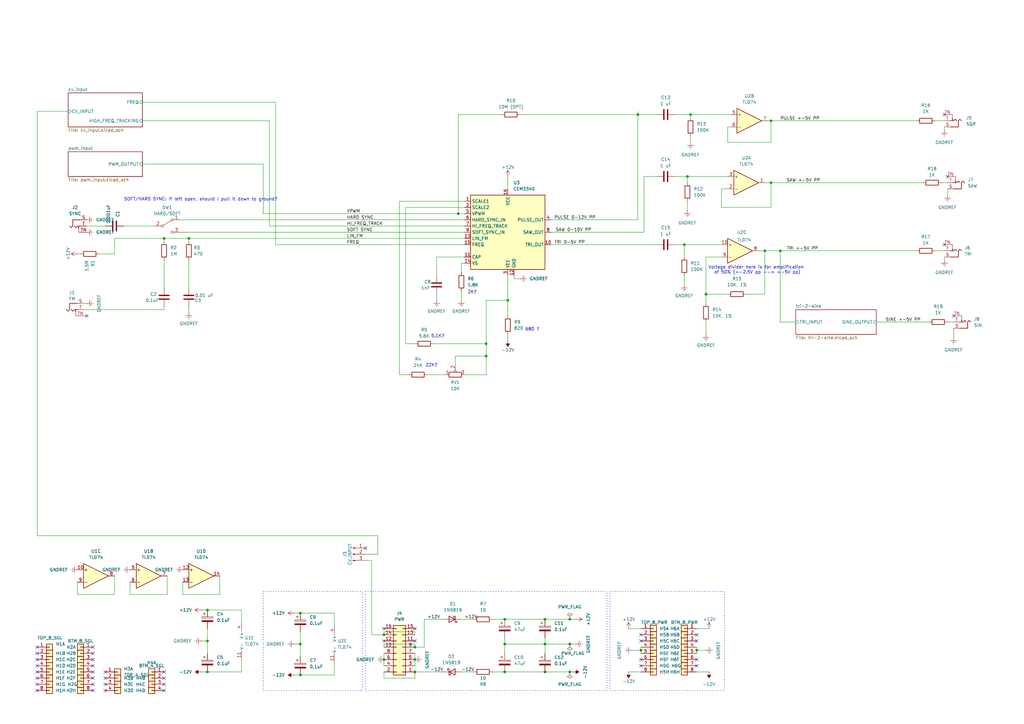
<source format=kicad_sch>
(kicad_sch (version 20231120) (generator "eeschema") (generator_version "8.0")
  (paper "A3")
  (junction (at 85.09 262.89))
  (junction (at 281.94 72.39))
  (junction (at 316.23 74.93))
  (junction (at 283.21 46.99))
  (junction (at 123.19 264.16))
  (junction (at 207.01 264.16))
  (junction (at 233.68 275.59))
  (junction (at 289.56 120.65))
  (junction (at 223.52 264.16))
  (junction (at 157.48 270.51))
  (junction (at 233.68 254))
  (junction (at 223.52 254))
  (junction (at 320.04 102.87))
  (junction (at 316.23 49.53))
  (junction (at 261.62 46.99))
  (junction (at 262.89 266.7))
  (junction (at 170.18 275.59))
  (junction (at 67.31 97.79))
  (junction (at 199.39 146.05))
  (junction (at 170.18 265.43))
  (junction (at 85.09 250.19))
  (junction (at 199.39 140.97))
  (junction (at 208.28 123.19))
  (junction (at 207.01 254))
  (junction (at 170.18 270.51))
  (junction (at 85.09 275.59))
  (junction (at 77.47 97.79))
  (junction (at 123.19 276.86))
  (junction (at 280.67 100.33))
  (junction (at 285.75 266.7))
  (junction (at 313.69 102.87))
  (junction (at 207.01 275.59))
  (junction (at 157.48 260.35))
  (junction (at 233.68 264.16))
  (junction (at 223.52 275.59))
  (junction (at 187.96 87.63))
  (junction (at 123.19 251.46))
  (no_connect (at 38.1 283.21))
  (no_connect (at 38.1 270.51))
  (no_connect (at 285.75 262.89))
  (no_connect (at 170.18 257.81))
  (no_connect (at 67.31 280.67))
  (no_connect (at 262.89 262.89))
  (no_connect (at 262.89 273.05))
  (no_connect (at 15.24 267.97))
  (no_connect (at 43.18 275.59))
  (no_connect (at 285.75 260.35))
  (no_connect (at 38.1 273.05))
  (no_connect (at 285.75 270.51))
  (no_connect (at 387.35 100.33))
  (no_connect (at 149.86 224.79))
  (no_connect (at 38.1 265.43))
  (no_connect (at 387.35 46.99))
  (no_connect (at 15.24 273.05))
  (no_connect (at 38.1 267.97))
  (no_connect (at 170.18 262.89))
  (no_connect (at 15.24 280.67))
  (no_connect (at 388.62 72.39))
  (no_connect (at 391.16 129.54))
  (no_connect (at 157.48 262.89))
  (no_connect (at 262.89 270.51))
  (no_connect (at 38.1 280.67))
  (no_connect (at 43.18 280.67))
  (no_connect (at 38.1 275.59))
  (no_connect (at 43.18 283.21))
  (no_connect (at 285.75 273.05))
  (no_connect (at 43.18 278.13))
  (no_connect (at 262.89 260.35))
  (no_connect (at 67.31 283.21))
  (no_connect (at 67.31 278.13))
  (no_connect (at 15.24 278.13))
  (no_connect (at 157.48 257.81))
  (no_connect (at 67.31 275.59))
  (no_connect (at 38.1 278.13))
  (no_connect (at 15.24 265.43))
  (no_connect (at 15.24 283.21))
  (no_connect (at 35.56 129.54))
  (no_connect (at 15.24 275.59))
  (no_connect (at 15.24 270.51))
  (wire (pts (xy 58.42 67.31) (xy 107.95 67.31)))
  (wire (pts (xy 137.16 271.78) (xy 137.16 276.86)))
  (wire (pts (xy 175.26 153.67) (xy 182.88 153.67)))
  (wire (pts (xy 90.17 236.22) (xy 90.17 243.84)))
  (wire (pts (xy 326.39 132.08) (xy 320.04 132.08)))
  (wire (pts (xy 170.18 278.13) (xy 170.18 275.59)))
  (wire (pts (xy 281.94 82.55) (xy 281.94 86.36)))
  (wire (pts (xy 313.69 74.93) (xy 316.23 74.93)))
  (wire (pts (xy 283.21 55.88) (xy 283.21 58.42)))
  (wire (pts (xy 261.62 46.99) (xy 269.24 46.99)))
  (wire (pts (xy 383.54 49.53) (xy 387.35 49.53)))
  (wire (pts (xy 113.03 41.91) (xy 113.03 100.33)))
  (wire (pts (xy 120.65 276.86) (xy 123.19 276.86)))
  (wire (pts (xy 173.99 254) (xy 181.61 254)))
  (wire (pts (xy 157.48 260.35) (xy 157.48 259.08)))
  (wire (pts (xy 110.49 49.53) (xy 110.49 92.71)))
  (wire (pts (xy 285.75 257.81) (xy 290.83 257.81)))
  (wire (pts (xy 166.37 140.97) (xy 170.18 140.97)))
  (wire (pts (xy 289.56 105.41) (xy 289.56 120.65)))
  (wire (pts (xy 190.5 100.33) (xy 113.03 100.33)))
  (wire (pts (xy 320.04 102.87) (xy 313.69 102.87)))
  (wire (pts (xy 281.94 72.39) (xy 298.45 72.39)))
  (wire (pts (xy 208.28 123.19) (xy 208.28 129.54)))
  (wire (pts (xy 387.35 53.34) (xy 387.35 52.07)))
  (wire (pts (xy 295.91 77.47) (xy 298.45 77.47)))
  (wire (pts (xy 298.45 58.42) (xy 316.23 58.42)))
  (wire (pts (xy 170.18 264.16) (xy 157.48 264.16)))
  (wire (pts (xy 170.18 265.43) (xy 170.18 264.16)))
  (wire (pts (xy 170.18 267.97) (xy 170.18 270.51)))
  (wire (pts (xy 298.45 52.07) (xy 299.72 52.07)))
  (wire (pts (xy 261.62 46.99) (xy 261.62 90.17)))
  (wire (pts (xy 199.39 146.05) (xy 199.39 153.67)))
  (wire (pts (xy 157.48 259.08) (xy 170.18 259.08)))
  (wire (pts (xy 213.36 114.3) (xy 210.82 114.3)))
  (wire (pts (xy 289.56 137.16) (xy 289.56 132.08)))
  (wire (pts (xy 359.41 132.08) (xy 381 132.08)))
  (wire (pts (xy 199.39 153.67) (xy 190.5 153.67)))
  (wire (pts (xy 46.99 97.79) (xy 67.31 97.79)))
  (wire (pts (xy 289.56 120.65) (xy 298.45 120.65)))
  (wire (pts (xy 99.06 250.19) (xy 99.06 255.27)))
  (wire (pts (xy 123.19 259.08) (xy 123.19 264.16)))
  (wire (pts (xy 123.19 264.16) (xy 123.19 269.24)))
  (wire (pts (xy 77.47 125.73) (xy 77.47 128.27)))
  (wire (pts (xy 199.39 140.97) (xy 199.39 123.19)))
  (wire (pts (xy 276.86 46.99) (xy 283.21 46.99)))
  (wire (pts (xy 74.93 243.84) (xy 74.93 238.76)))
  (wire (pts (xy 34.29 127) (xy 67.31 127)))
  (wire (pts (xy 85.09 275.59) (xy 99.06 275.59)))
  (wire (pts (xy 149.86 227.33) (xy 154.94 227.33)))
  (wire (pts (xy 154.94 227.33) (xy 154.94 219.71)))
  (wire (pts (xy 223.52 275.59) (xy 233.68 275.59)))
  (wire (pts (xy 283.21 46.99) (xy 299.72 46.99)))
  (wire (pts (xy 223.52 264.16) (xy 233.68 264.16)))
  (wire (pts (xy 15.24 45.72) (xy 27.94 45.72)))
  (wire (pts (xy 46.99 236.22) (xy 46.99 243.84)))
  (wire (pts (xy 157.48 275.59) (xy 157.48 278.13)))
  (wire (pts (xy 107.95 87.63) (xy 187.96 87.63)))
  (wire (pts (xy 82.55 250.19) (xy 85.09 250.19)))
  (wire (pts (xy 259.08 266.7) (xy 262.89 266.7)))
  (wire (pts (xy 226.06 95.25) (xy 264.16 95.25)))
  (wire (pts (xy 264.16 72.39) (xy 269.24 72.39)))
  (wire (pts (xy 281.94 72.39) (xy 281.94 74.93)))
  (wire (pts (xy 15.24 45.72) (xy 15.24 219.71)))
  (wire (pts (xy 46.99 97.79) (xy 46.99 104.14)))
  (wire (pts (xy 154.94 219.71) (xy 15.24 219.71)))
  (wire (pts (xy 189.23 275.59) (xy 194.31 275.59)))
  (wire (pts (xy 50.8 92.71) (xy 63.5 92.71)))
  (wire (pts (xy 170.18 270.51) (xy 170.18 273.05)))
  (wire (pts (xy 388.62 77.47) (xy 388.62 80.01)))
  (wire (pts (xy 226.06 90.17) (xy 261.62 90.17)))
  (wire (pts (xy 137.16 251.46) (xy 137.16 256.54)))
  (wire (pts (xy 314.96 49.53) (xy 316.23 49.53)))
  (wire (pts (xy 386.08 74.93) (xy 388.62 74.93)))
  (wire (pts (xy 67.31 125.73) (xy 67.31 127)))
  (wire (pts (xy 316.23 49.53) (xy 316.23 58.42)))
  (wire (pts (xy 207.01 261.62) (xy 207.01 264.16)))
  (wire (pts (xy 123.19 264.16) (xy 120.65 264.16)))
  (wire (pts (xy 58.42 49.53) (xy 110.49 49.53)))
  (wire (pts (xy 170.18 259.08) (xy 170.18 260.35)))
  (wire (pts (xy 233.68 275.59) (xy 234.95 275.59)))
  (wire (pts (xy 35.56 129.54) (xy 34.29 129.54)))
  (wire (pts (xy 46.99 243.84) (xy 31.75 243.84)))
  (wire (pts (xy 199.39 140.97) (xy 199.39 146.05)))
  (wire (pts (xy 289.56 105.41) (xy 295.91 105.41)))
  (wire (pts (xy 166.37 140.97) (xy 166.37 85.09)))
  (wire (pts (xy 316.23 74.93) (xy 378.46 74.93)))
  (wire (pts (xy 316.23 49.53) (xy 375.92 49.53)))
  (wire (pts (xy 179.07 105.41) (xy 179.07 113.03)))
  (wire (pts (xy 208.28 137.16) (xy 208.28 139.7)))
  (wire (pts (xy 123.19 276.86) (xy 137.16 276.86)))
  (wire (pts (xy 77.47 106.68) (xy 77.47 118.11)))
  (wire (pts (xy 68.58 236.22) (xy 68.58 243.84)))
  (wire (pts (xy 35.56 124.46) (xy 34.29 124.46)))
  (wire (pts (xy 207.01 254) (xy 223.52 254)))
  (wire (pts (xy 276.86 100.33) (xy 280.67 100.33)))
  (wire (pts (xy 391.16 132.08) (xy 388.62 132.08)))
  (wire (pts (xy 285.75 265.43) (xy 285.75 266.7)))
  (wire (pts (xy 213.36 46.99) (xy 261.62 46.99)))
  (wire (pts (xy 157.48 267.97) (xy 157.48 270.51)))
  (wire (pts (xy 391.16 138.43) (xy 391.16 134.62)))
  (wire (pts (xy 186.69 146.05) (xy 186.69 149.86)))
  (wire (pts (xy 152.4 229.87) (xy 152.4 260.35)))
  (wire (pts (xy 280.67 100.33) (xy 295.91 100.33)))
  (wire (pts (xy 189.23 107.95) (xy 189.23 111.76)))
  (wire (pts (xy 226.06 100.33) (xy 269.24 100.33)))
  (wire (pts (xy 53.34 243.84) (xy 53.34 238.76)))
  (wire (pts (xy 85.09 250.19) (xy 99.06 250.19)))
  (wire (pts (xy 233.68 264.16) (xy 236.22 264.16)))
  (wire (pts (xy 46.99 104.14) (xy 40.64 104.14)))
  (wire (pts (xy 199.39 123.19) (xy 208.28 123.19)))
  (wire (pts (xy 190.5 107.95) (xy 189.23 107.95)))
  (wire (pts (xy 35.56 92.71) (xy 43.18 92.71)))
  (wire (pts (xy 110.49 92.71) (xy 190.5 92.71)))
  (wire (pts (xy 262.89 266.7) (xy 262.89 265.43)))
  (wire (pts (xy 67.31 97.79) (xy 67.31 99.06)))
  (wire (pts (xy 166.37 85.09) (xy 190.5 85.09)))
  (wire (pts (xy 187.96 87.63) (xy 190.5 87.63)))
  (wire (pts (xy 280.67 113.03) (xy 280.67 116.84)))
  (wire (pts (xy 320.04 102.87) (xy 375.92 102.87)))
  (wire (pts (xy 85.09 262.89) (xy 82.55 262.89)))
  (wire (pts (xy 167.64 153.67) (xy 163.83 153.67)))
  (wire (pts (xy 295.91 77.47) (xy 295.91 85.09)))
  (wire (pts (xy 173.99 254) (xy 173.99 265.43)))
  (wire (pts (xy 285.75 266.7) (xy 289.56 266.7)))
  (wire (pts (xy 208.28 72.39) (xy 208.28 77.47)))
  (wire (pts (xy 223.52 254) (xy 233.68 254)))
  (wire (pts (xy 285.75 266.7) (xy 285.75 267.97)))
  (wire (pts (xy 31.75 243.84) (xy 31.75 238.76)))
  (wire (pts (xy 163.83 82.55) (xy 190.5 82.55)))
  (wire (pts (xy 107.95 67.31) (xy 107.95 87.63)))
  (wire (pts (xy 207.01 264.16) (xy 207.01 267.97)))
  (wire (pts (xy 170.18 275.59) (xy 181.61 275.59)))
  (wire (pts (xy 82.55 275.59) (xy 85.09 275.59)))
  (wire (pts (xy 85.09 262.89) (xy 85.09 267.97)))
  (wire (pts (xy 201.93 275.59) (xy 207.01 275.59)))
  (wire (pts (xy 208.28 113.03) (xy 208.28 123.19)))
  (wire (pts (xy 186.69 146.05) (xy 199.39 146.05)))
  (wire (pts (xy 73.66 95.25) (xy 190.5 95.25)))
  (wire (pts (xy 276.86 72.39) (xy 281.94 72.39)))
  (wire (pts (xy 190.5 105.41) (xy 179.07 105.41)))
  (wire (pts (xy 77.47 97.79) (xy 77.47 99.06)))
  (wire (pts (xy 283.21 48.26) (xy 283.21 46.99)))
  (wire (pts (xy 201.93 254) (xy 207.01 254)))
  (wire (pts (xy 177.8 140.97) (xy 199.39 140.97)))
  (wire (pts (xy 152.4 260.35) (xy 157.48 260.35)))
  (wire (pts (xy 207.01 275.59) (xy 223.52 275.59)))
  (wire (pts (xy 280.67 100.33) (xy 280.67 105.41)))
  (wire (pts (xy 233.68 254) (xy 236.22 254)))
  (wire (pts (xy 163.83 153.67) (xy 163.83 82.55)))
  (wire (pts (xy 261.62 45.72) (xy 261.62 46.99)))
  (wire (pts (xy 157.48 270.51) (xy 157.48 273.05)))
  (wire (pts (xy 152.4 229.87) (xy 149.86 229.87)))
  (wire (pts (xy 264.16 72.39) (xy 264.16 95.25)))
  (wire (pts (xy 157.48 278.13) (xy 170.18 278.13)))
  (wire (pts (xy 58.42 41.91) (xy 113.03 41.91)))
  (wire (pts (xy 120.65 251.46) (xy 123.19 251.46)))
  (wire (pts (xy 67.31 118.11) (xy 67.31 106.68)))
  (wire (pts (xy 207.01 264.16) (xy 223.52 264.16)))
  (wire (pts (xy 189.23 254) (xy 194.31 254)))
  (wire (pts (xy 316.23 74.93) (xy 316.23 85.09)))
  (wire (pts (xy 187.96 46.99) (xy 187.96 87.63)))
  (wire (pts (xy 383.54 102.87) (xy 387.35 102.87)))
  (wire (pts (xy 313.69 102.87) (xy 313.69 120.65)))
  (wire (pts (xy 223.52 264.16) (xy 223.52 267.97)))
  (wire (pts (xy 173.99 265.43) (xy 170.18 265.43)))
  (wire (pts (xy 262.89 266.7) (xy 262.89 267.97)))
  (wire (pts (xy 189.23 119.38) (xy 189.23 123.19)))
  (wire (pts (xy 123.19 251.46) (xy 137.16 251.46)))
  (wire (pts (xy 223.52 261.62) (xy 223.52 264.16)))
  (wire (pts (xy 67.31 97.79) (xy 77.47 97.79)))
  (wire (pts (xy 68.58 243.84) (xy 53.34 243.84)))
  (wire (pts (xy 285.75 275.59) (xy 290.83 275.59)))
  (wire (pts (xy 306.07 120.65) (xy 313.69 120.65)))
  (wire (pts (xy 257.81 257.81) (xy 262.89 257.81)))
  (wire (pts (xy 298.45 52.07) (xy 298.45 58.42)))
  (wire (pts (xy 210.82 114.3) (xy 210.82 113.03)))
  (wire (pts (xy 295.91 85.09) (xy 316.23 85.09)))
  (wire (pts (xy 73.66 90.17) (xy 190.5 90.17)))
  (wire (pts (xy 257.81 275.59) (xy 262.89 275.59)))
  (wire (pts (xy 85.09 257.81) (xy 85.09 262.89)))
  (wire (pts (xy 33.02 104.14) (xy 31.75 104.14)))
  (wire (pts (xy 179.07 120.65) (xy 179.07 123.19)))
  (wire (pts (xy 205.74 46.99) (xy 187.96 46.99)))
  (wire (pts (xy 320.04 102.87) (xy 320.04 132.08)))
  (wire (pts (xy 77.47 97.79) (xy 190.5 97.79)))
  (wire (pts (xy 311.15 102.87) (xy 313.69 102.87)))
  (wire (pts (xy 387.35 105.41) (xy 387.35 106.68)))
  (wire (pts (xy 99.06 270.51) (xy 99.06 275.59)))
  (wire (pts (xy 157.48 264.16) (xy 157.48 265.43)))
  (wire (pts (xy 289.56 120.65) (xy 289.56 124.46)))
  (wire (pts (xy 90.17 243.84) (xy 74.93 243.84)))
  (rectangle (start 250.19 242.57) (end 297.18 283.21) (stroke (width 0.25) (type dot)))
  (rectangle (start 149.86 242.57) (end 248.92 283.21) (stroke (width 0.25) (type dot)))
  (rectangle (start 107.95 242.57) (end 148.59 283.21) (stroke (width 0.25) (type dot)))
  (text "Voltage divider here is for amplification\n of 50% (+-2.5V pp --> +-5V pp)" (at 310.134 110.744 0) (effects (font (size 1.27 1.27))))
  (text "22K?\n" (at 174.498 150.622 0) (effects (font (size 1.27 1.27)) (justify left bottom)))
  (text "5.1K?" (at 176.784 138.684 0) (effects (font (size 1.27 1.27)) (justify left bottom)))
  (text "680 ?" (at 215.392 135.89 0) (effects (font (size 1.27 1.27)) (justify left bottom)))
  (text "SOFT/HARD SYNC: If left open, should I pull it down to ground?" (at 50.8 82.55 0) (effects (font (size 1.27 1.27)) (justify left bottom)))
  (text "2K?" (at 191.77 120.65 0) (effects (font (size 1.27 1.27)) (justify left bottom)))
  (label "TRI 0-5V PP" (at 227.33 100.33 0))
  (label "-12V" (at 176.53 275.59 0))
  (label "SAW 0-10V PP" (at 242.57 95.25 180))
  (label "FREQ" (at 142.24 100.33 0))
  (label "SINE +-5V PP" (at 363.22 132.08 0))
  (label "PULSE +-5V PP" (at 320.04 49.53 0))
  (label "SOFT SYNC" (at 142.24 95.25 0))
  (label "LIN_FM" (at 142.24 97.79 0))
  (label "+12V" (at 175.26 254 0))
  (label "SAW +-5V PP" (at 322.58 74.93 0))
  (label "+12V" (at 190.5 254 0))
  (label "VPWM" (at 142.24 87.63 0))
  (label "TRI +-5V PP" (at 322.58 102.87 0))
  (label "HI_FREQ_TRACK" (at 142.24 92.71 0))
  (label "-12V" (at 189.23 275.59 0))
  (label "PULSE 0-12V PP" (at 227.33 90.17 0))
  (label "HARD SYNC" (at 142.24 90.17 0))
  (symbol (lib_id "synth:R_Default") (at 36.83 104.14 270) (unit 1)
    (property "Reference" "R1" (at 38.1001 106.68 0) (effects (justify left)))
    (property "Value" "1.5M" (at 35.5601 106.68 0) (effects (justify left)))
    (property "Footprint" "Synth:R_Default (DIN0207)" (effects (hide yes)))
    (property "Description" "Resistor" (effects (hide yes)))
  )
  (symbol (lib_id "power:GNDREF") (at 391.16 138.43 0) (unit 1)
    (property "Reference" "#PWR038" (effects (hide yes)))
    (property "Value" "GNDREF" (at 391.16 143.51 0))
    (property "Description" "Power symbol creates a global label with name \"GNDREF\" , reference supply ground" (effects (hide yes)))
  )
  (symbol (lib_id "synth:AudioJack_Mono_3.5mm") (at 30.48 92.71 0) (unit 1)
    (property "Reference" "J2" (at 30.7975 85.09 0))
    (property "Value" "SYNC" (at 30.7975 87.63 0))
    (property "Footprint" "Synth:Jack_3.5mm_QingPu_WQP-PJ398SM_Vertical_CircularHoles" (effects (hide yes)))
    (property "Description" "Audio Jack, 2 Poles (Mono / TS), Switched T Pole (Normalling)" (effects (hide yes)))
  )
  (symbol (lib_id "power:GNDREF") (at 289.56 137.16 0) (unit 1)
    (property "Reference" "#PWR031" (effects (hide yes)))
    (property "Value" "GNDREF" (at 289.56 141.605 0))
    (property "Description" "Power symbol creates a global label with name \"GNDREF\" , reference supply ground" (effects (hide yes)))
  )
  (symbol (lib_id "power:GNDREF") (at 179.07 123.19 0) (unit 1)
    (property "Reference" "#PWR017" (effects (hide yes)))
    (property "Value" "GNDREF" (at 179.07 127.635 0))
    (property "Description" "Power symbol creates a global label with name \"GNDREF\" , reference supply ground" (effects (hide yes)))
  )
  (symbol (lib_id "synth:R_Default") (at 281.94 78.74 0) (unit 1)
    (property "Reference" "R12" (at 284.48 77.4699 0) (effects (justify left)))
    (property "Value" "100K" (at 284.48 80.0099 0) (effects (justify left)))
    (property "Footprint" "Synth:R_Default (DIN0207)" (effects (hide yes)))
    (property "Description" "Resistor" (effects (hide yes)))
  )
  (symbol (lib_id "power:GNDREF") (at 35.56 90.17 90) (unit 1)
    (property "Reference" "#PWR03" (effects (hide yes)))
    (property "Value" "GNDREF" (at 39.37 90.1699 90) (effects (justify right)))
    (property "Description" "Power symbol creates a global label with name \"GNDREF\" , reference supply ground" (effects (hide yes)))
  )
  (symbol (lib_id "synth:PinHeader_01x08") (at 267.97 262.89 0) (unit 3)
    (property "Reference" "H5" (at 270.51 262.8899 0) (effects (justify left)))
    (property "Value" "TOP_8_PWR" (effects (hide yes)))
    (property "Footprint" "Synth:PinHeader_1x08_P2.54mm_Vertical" (effects (hide yes)))
    (property "Description" "Generic connector, single row, 01x01, script generated (kicad-library-utils/schlib/autogen/connector/)" (effects (hide yes)))
  )
  (symbol (lib_id "synth:R_Default") (at 209.55 46.99 90) (unit 1)
    (property "Reference" "R10" (at 209.55 41.275 90))
    (property "Value" "10M (OPT)" (at 209.55 43.815 90))
    (property "Footprint" "Synth:R_Default (DIN0207)" (effects (hide yes)))
    (property "Description" "Resistor" (effects (hide yes)))
  )
  (symbol (lib_id "power:+12V") (at 290.83 257.81 0) (unit 1)
    (property "Reference" "#PWR033" (effects (hide yes)))
    (property "Value" "+12V" (at 288.29 254 0) (effects (justify left)))
    (property "Description" "Power symbol creates a global label with name \"+12V\"" (effects (hide yes)))
  )
  (symbol (lib_id "synth:PinSocket_01x04") (at 62.23 280.67 180) (unit 3)
    (property "Reference" "H4" (at 59.69 280.67 0) (effects (justify left)))
    (property "Value" "BTM_4_SGL" (effects (hide yes)))
    (property "Footprint" "Synth:PinSocket_1x04_P2.54mm_Vertical" (effects (hide yes)))
    (property "Description" "Generic connector, single row, 01x01, script generated (kicad-library-utils/schlib/autogen/connector/)" (effects (hide yes)))
  )
  (symbol (lib_id "power:-12V") (at 82.55 275.59 90) (unit 1)
    (property "Reference" "#PWR011" (effects (hide yes)))
    (property "Value" "-12V" (at 78.74 275.59 90) (effects (justify left)))
    (property "Description" "Power symbol creates a global label with name \"-12V\"" (effects (hide yes)))
  )
  (symbol (lib_id "power:-12V") (at 234.95 275.59 270) (unit 1)
    (property "Reference" "#PWR022" (effects (hide yes)))
    (property "Value" "-12V" (at 240.03 275.59 0))
    (property "Description" "Power symbol creates a global label with name \"-12V\"" (effects (hide yes)))
  )
  (symbol (lib_id "synth:PinHeader_01x08") (at 20.32 273.05 0) (unit 4)
    (property "Reference" "H1" (at 22.86 273.0499 0) (effects (justify left)))
    (property "Value" "TOP_8_SGL" (effects (hide yes)))
    (property "Footprint" "Synth:PinHeader_1x08_P2.54mm_Vertical" (effects (hide yes)))
    (property "Description" "Generic connector, single row, 01x01, script generated (kicad-library-utils/schlib/autogen/connector/)" (effects (hide yes)))
  )
  (symbol (lib_id "synth:PinSocket_01x08") (at 33.02 270.51 180) (unit 3)
    (property "Reference" "H2" (at 29.21 270.51 0))
    (property "Value" "BTM_8_SGL" (effects (hide yes)))
    (property "Footprint" "Synth:PinSocket_1x08_P2.54mm_Vertical" (effects (hide yes)))
    (property "Description" "Generic connector, single row, 01x01, script generated (kicad-library-utils/schlib/autogen/connector/)" (effects (hide yes)))
  )
  (symbol (lib_id "Amplifier_Operational:TL074") (at 60.96 236.22 0) (unit 2)
    (property "Reference" "U1" (at 60.96 226.06 0))
    (property "Value" "TL074" (at 60.96 228.6 0))
    (property "Footprint" "Package_DIP:DIP-14_W7.62mm_Socket_LongPads" (effects (hide yes)))
    (property "Datasheet" "http://www.ti.com/lit/ds/symlink/tl071.pdf" (effects (hide yes)))
    (property "Description" "Quad Low-Noise JFET-Input Operational Amplifiers, DIP-14/SOIC-14" (effects (hide yes)))
  )
  (symbol (lib_id "Device:C") (at 46.99 92.71 90) (unit 1)
    (property "Reference" "C1" (at 48.26 86.36 0) (effects (justify right)))
    (property "Value" "0.001uF" (at 44.45 83.82 0) (effects (justify right)))
    (property "Description" "Unpolarized capacitor" (effects (hide yes)))
  )
  (symbol (lib_id "synth:PinSocket_01x08") (at 280.67 257.81 180) (unit 1)
    (property "Reference" "H6" (at 276.86 257.81 0))
    (property "Value" "BTM_8_PWR" (at 280.67 255.27 0))
    (property "Footprint" "Synth:PinSocket_1x08_P2.54mm_Vertical" (effects (hide yes)))
    (property "Description" "Generic connector, single row, 01x01, script generated (kicad-library-utils/schlib/autogen/connector/)" (effects (hide yes)))
  )
  (symbol (lib_id "Amplifier_Operational:TL074") (at 39.37 236.22 0) (unit 3)
    (property "Reference" "U1" (at 39.37 226.06 0))
    (property "Value" "TL074" (at 39.37 228.6 0))
    (property "Footprint" "Package_DIP:DIP-14_W7.62mm_Socket_LongPads" (effects (hide yes)))
    (property "Datasheet" "http://www.ti.com/lit/ds/symlink/tl071.pdf" (effects (hide yes)))
    (property "Description" "Quad Low-Noise JFET-Input Operational Amplifiers, DIP-14/SOIC-14" (effects (hide yes)))
  )
  (symbol (lib_id "synth:PinSocket_01x08") (at 280.67 262.89 180) (unit 3)
    (property "Reference" "H6" (at 276.86 262.89 0))
    (property "Value" "BTM_8_PWR" (effects (hide yes)))
    (property "Footprint" "Synth:PinSocket_1x08_P2.54mm_Vertical" (effects (hide yes)))
    (property "Description" "Generic connector, single row, 01x01, script generated (kicad-library-utils/schlib/autogen/connector/)" (effects (hide yes)))
  )
  (symbol (lib_id "Device:C") (at 273.05 100.33 90) (unit 1)
    (property "Reference" "C15" (at 273.05 93.345 90))
    (property "Value" "1 uF" (at 273.05 95.885 90))
    (property "Description" "Unpolarized capacitor" (effects (hide yes)))
  )
  (symbol (lib_id "synth:PinSocket_01x08") (at 33.02 275.59 180) (unit 5)
    (property "Reference" "H2" (at 29.21 275.59 0))
    (property "Value" "BTM_8_SGL" (effects (hide yes)))
    (property "Footprint" "Synth:PinSocket_1x08_P2.54mm_Vertical" (effects (hide yes)))
    (property "Description" "Generic connector, single row, 01x01, script generated (kicad-library-utils/schlib/autogen/connector/)" (effects (hide yes)))
  )
  (symbol (lib_id "Device:C_Polarized") (at 123.19 273.05 0) (unit 1)
    (property "Reference" "C7" (at 127 270.891 0) (effects (justify left)))
    (property "Value" "0.1uF" (at 127 273.431 0) (effects (justify left)))
    (property "Footprint" "Capacitor_THT:CP_Radial_D4.0mm_P2.00mm" (effects (hide yes)))
    (property "Description" "Polarized capacitor" (effects (hide yes)))
  )
  (symbol (lib_id "synth:PinSocket_01x08") (at 33.02 283.21 180) (unit 8)
    (property "Reference" "H2" (at 29.21 283.21 0))
    (property "Value" "BTM_8_SGL" (effects (hide yes)))
    (property "Footprint" "Synth:PinSocket_1x08_P2.54mm_Vertical" (effects (hide yes)))
    (property "Description" "Generic connector, single row, 01x01, script generated (kicad-library-utils/schlib/autogen/connector/)" (effects (hide yes)))
  )
  (symbol (lib_id "synth:PinHeader_01x04") (at 48.26 280.67 0) (unit 3)
    (property "Reference" "H3" (at 50.8 280.6699 0) (effects (justify left)))
    (property "Value" "TOP_4_SGL" (effects (hide yes)))
    (property "Footprint" "Synth:PinHeader_1x04_P2.54mm_Vertical" (effects (hide yes)))
    (property "Description" "Generic connector, single row, 01x01, script generated (kicad-library-utils/schlib/autogen/connector/)" (effects (hide yes)))
  )
  (symbol (lib_id "synth:D_Schottky (1N5819)") (at 185.42 275.59 0) (unit 1)
    (property "Reference" "D2" (at 185.1025 269.24 0))
    (property "Value" "1N5819" (at 185.1025 271.78 0))
    (property "Footprint" "Synth:D_DO-41_SOD81_P10.16mm_Horizontal" (effects (hide yes)))
    (property "Datasheet" "http://www.vishay.com/docs/88525/1n5817.pdf" (effects (hide yes)))
    (property "Description" "40V 1A Schottky Barrier Rectifier Diode, DO-41" (effects (hide yes)))
  )
  (symbol (lib_id "synth:CEM3340") (at 208.28 95.25 0) (unit 1)
    (property "Reference" "U3" (at 210.4741 74.93 0) (effects (justify left)))
    (property "Value" "CEM3340" (at 210.4741 77.47 0) (effects (justify left)))
    (property "Footprint" "Package_DIP:DIP-16_W7.62mm_Socket_LongPads" (effects (hide yes)))
    (property "Datasheet" "https://www.bustedgear.com/images/datasheets/CEM3340-3345.pdf" (effects (hide yes)))
  )
  (symbol (lib_id "synth:R_Default") (at 67.31 102.87 0) (unit 1)
    (property "Reference" "R2" (at 69.85 101.5999 0) (effects (justify left)))
    (property "Value" "1M" (at 69.85 104.1399 0) (effects (justify left)))
    (property "Footprint" "Synth:R_Default (DIN0207)" (effects (hide yes)))
    (property "Description" "Resistor" (effects (hide yes)))
  )
  (symbol (lib_id "Device:C") (at 179.07 116.84 180) (unit 1)
    (property "Reference" "C8" (at 173.99 115.57 0) (effects (justify right)))
    (property "Value" "1nF" (at 172.72 118.11 0) (effects (justify right)))
    (property "Description" "Unpolarized capacitor" (effects (hide yes)))
  )
  (symbol (lib_id "synth:R_Default") (at 198.12 275.59 90) (unit 1)
    (property "Reference" "R8" (at 198.12 280.67 90))
    (property "Value" "10" (at 198.12 278.13 90))
    (property "Footprint" "Synth:R_Default (DIN0207)" (effects (hide yes)))
    (property "Description" "Resistor" (effects (hide yes)))
  )
  (symbol (lib_id "power:PWR_FLAG") (at 233.68 254 0) (unit 1)
    (property "Reference" "#FLG01" (effects (hide yes)))
    (property "Value" "PWR_FLAG" (at 233.68 248.92 0))
    (property "Description" "Special symbol for telling ERC where power comes from" (effects (hide yes)))
  )
  (symbol (lib_id "synth:R_Default") (at 173.99 140.97 90) (unit 1)
    (property "Reference" "R5" (at 173.99 135.255 90))
    (property "Value" "5.6K" (at 173.99 137.795 90))
    (property "Footprint" "Synth:R_Default (DIN0207)" (effects (hide yes)))
    (property "Description" "Resistor" (effects (hide yes)))
  )
  (symbol (lib_id "synth:D_Schottky (1N5819)") (at 185.42 254 180) (unit 1)
    (property "Reference" "D1" (at 185.7375 247.65 0))
    (property "Value" "1N5819" (at 185.7375 250.19 0))
    (property "Footprint" "Synth:D_DO-41_SOD81_P10.16mm_Horizontal" (effects (hide yes)))
    (property "Datasheet" "http://www.vishay.com/docs/88525/1n5817.pdf" (effects (hide yes)))
    (property "Description" "40V 1A Schottky Barrier Rectifier Diode, DO-41" (effects (hide yes)))
  )
  (symbol (lib_id "power:GNDREF") (at 31.75 233.68 270) (unit 1)
    (property "Reference" "#PWR02" (effects (hide yes)))
    (property "Value" "GNDREF" (at 27.94 233.6799 90) (effects (justify right)))
    (property "Description" "Power symbol creates a global label with name \"GNDREF\" , reference supply ground" (effects (hide yes)))
  )
  (symbol (lib_id "synth:PinHeader_01x08") (at 20.32 265.43 0) (unit 1)
    (property "Reference" "H1" (at 22.86 264.1599 0) (effects (justify left)))
    (property "Value" "TOP_8_SGL" (at 15.24 261.62 0) (effects (justify left)))
    (property "Footprint" "Synth:PinHeader_1x08_P2.54mm_Vertical" (effects (hide yes)))
    (property "Description" "Generic connector, single row, 01x01, script generated (kicad-library-utils/schlib/autogen/connector/)" (effects (hide yes)))
  )
  (symbol (lib_id "power:GNDREF") (at 387.35 53.34 0) (unit 1)
    (property "Reference" "#PWR035" (effects (hide yes)))
    (property "Value" "GNDREF" (at 387.35 58.42 0))
    (property "Description" "Power symbol creates a global label with name \"GNDREF\" , reference supply ground" (effects (hide yes)))
  )
  (symbol (lib_id "synth:PinSocket_01x04") (at 62.23 278.13 180) (unit 2)
    (property "Reference" "H4" (at 59.69 278.13 0) (effects (justify left)))
    (property "Value" "BTM_4_SGL" (effects (hide yes)))
    (property "Footprint" "Synth:PinSocket_1x04_P2.54mm_Vertical" (effects (hide yes)))
    (property "Description" "Generic connector, single row, 01x01, script generated (kicad-library-utils/schlib/autogen/connector/)" (effects (hide yes)))
  )
  (symbol (lib_id "Device:C_Polarized") (at 223.52 271.78 0) (unit 1)
    (property "Reference" "C12" (at 227.33 269.621 0) (effects (justify left)))
    (property "Value" "0.1uF" (at 227.33 272.161 0) (effects (justify left)))
    (property "Footprint" "Capacitor_THT:CP_Radial_D4.0mm_P2.00mm" (effects (hide yes)))
    (property "Description" "Polarized capacitor" (effects (hide yes)))
  )
  (symbol (lib_id "synth:PinSocket_01x08") (at 280.67 267.97 180) (unit 5)
    (property "Reference" "H6" (at 276.86 267.97 0))
    (property "Value" "BTM_8_PWR" (effects (hide yes)))
    (property "Footprint" "Synth:PinSocket_1x08_P2.54mm_Vertical" (effects (hide yes)))
    (property "Description" "Generic connector, single row, 01x01, script generated (kicad-library-utils/schlib/autogen/connector/)" (effects (hide yes)))
  )
  (symbol (lib_id "synth:PinHeader_01x08") (at 267.97 275.59 0) (unit 8)
    (property "Reference" "H5" (at 270.51 275.5899 0) (effects (justify left)))
    (property "Value" "TOP_8_PWR" (effects (hide yes)))
    (property "Footprint" "Synth:PinHeader_1x08_P2.54mm_Vertical" (effects (hide yes)))
    (property "Description" "Generic connector, single row, 01x01, script generated (kicad-library-utils/schlib/autogen/connector/)" (effects (hide yes)))
  )
  (symbol (lib_id "synth:SW_SPDT") (at 68.58 92.71 0) (unit 1)
    (property "Reference" "SW1" (at 68.58 85.09 0))
    (property "Value" "HARD/SOFT" (at 68.58 87.63 0))
    (property "Footprint" "Synth:SW_default" (effects (hide yes)))
    (property "Description" "Switch, single pole double throw" (effects (hide yes)))
  )
  (symbol (lib_id "synth:R_Default") (at 382.27 74.93 270) (unit 1)
    (property "Reference" "R18" (at 382.27 69.215 90))
    (property "Value" "1K" (at 382.27 71.755 90))
    (property "Footprint" "Synth:R_Default (DIN0207)" (effects (hide yes)))
    (property "Description" "Resistor" (effects (hide yes)))
  )
  (symbol (lib_id "synth:R_Default") (at 289.56 128.27 180) (unit 1)
    (property "Reference" "R14" (at 292.1 126.9999 0) (effects (justify right)))
    (property "Value" "10K, 1%" (at 292.1 129.5399 0) (effects (justify right)))
    (property "Footprint" "Synth:R_Default (DIN0207)" (effects (hide yes)))
    (property "Description" "Resistor" (effects (hide yes)))
  )
  (symbol (lib_id "synth:PinHeader_01x08") (at 20.32 275.59 0) (unit 5)
    (property "Reference" "H1" (at 22.86 275.5899 0) (effects (justify left)))
    (property "Value" "TOP_8_SGL" (effects (hide yes)))
    (property "Footprint" "Synth:PinHeader_1x08_P2.54mm_Vertical" (effects (hide yes)))
    (property "Description" "Generic connector, single row, 01x01, script generated (kicad-library-utils/schlib/autogen/connector/)" (effects (hide yes)))
  )
  (symbol (lib_id "synth:AudioJack_Mono_3.5mm") (at 29.21 127 0) (unit 1)
    (property "Reference" "J1" (at 29.5275 120.015 0))
    (property "Value" "FM" (at 29.5275 122.555 0))
    (property "Footprint" "Synth:Jack_3.5mm_QingPu_WQP-PJ398SM_Vertical_CircularHoles" (effects (hide yes)))
    (property "Description" "Audio Jack, 2 Poles (Mono / TS), Switched T Pole (Normalling)" (effects (hide yes)))
  )
  (symbol (lib_id "synth:PinSocket_01x08") (at 33.02 273.05 180) (unit 4)
    (property "Reference" "H2" (at 29.21 273.05 0))
    (property "Value" "BTM_8_SGL" (effects (hide yes)))
    (property "Footprint" "Synth:PinSocket_1x08_P2.54mm_Vertical" (effects (hide yes)))
    (property "Description" "Generic connector, single row, 01x01, script generated (kicad-library-utils/schlib/autogen/connector/)" (effects (hide yes)))
  )
  (symbol (lib_id "power:PWR_FLAG") (at 233.68 264.16 180) (unit 1)
    (property "Reference" "#FLG02" (effects (hide yes)))
    (property "Value" "PWR_FLAG" (at 234.95 267.97 0))
    (property "Description" "Special symbol for telling ERC where power comes from" (effects (hide yes)))
  )
  (symbol (lib_id "Device:C_Polarized") (at 207.01 271.78 0) (unit 1)
    (property "Reference" "C10" (at 210.82 269.621 0) (effects (justify left)))
    (property "Value" "47uF" (at 210.82 272.161 0) (effects (justify left)))
    (property "Footprint" "Capacitor_THT:CP_Radial_D6.3mm_P2.50mm" (effects (hide yes)))
    (property "Description" "Polarized capacitor" (effects (hide yes)))
  )
  (symbol (lib_id "power:GNDREF") (at 236.22 264.16 90) (unit 1)
    (property "Reference" "#PWR024" (effects (hide yes)))
    (property "Value" "GNDREF" (at 241.3 264.16 0))
    (property "Description" "Power symbol creates a global label with name \"GNDREF\" , reference supply ground" (effects (hide yes)))
  )
  (symbol (lib_id "Device:C") (at 273.05 72.39 90) (unit 1)
    (property "Reference" "C14" (at 273.05 65.405 90))
    (property "Value" "1 uF" (at 273.05 67.945 90))
    (property "Description" "Unpolarized capacitor" (effects (hide yes)))
  )
  (symbol (lib_id "synth:PinSocket_01x08") (at 33.02 265.43 180) (unit 1)
    (property "Reference" "H2" (at 29.21 265.43 0))
    (property "Value" "BTM_8_SGL" (at 33.02 262.89 0))
    (property "Footprint" "Synth:PinSocket_1x08_P2.54mm_Vertical" (effects (hide yes)))
    (property "Description" "Generic connector, single row, 01x01, script generated (kicad-library-utils/schlib/autogen/connector/)" (effects (hide yes)))
  )
  (symbol (lib_id "power:GNDREF") (at 189.23 123.19 0) (unit 1)
    (property "Reference" "#PWR018" (effects (hide yes)))
    (property "Value" "GNDREF" (at 189.23 127.635 0))
    (property "Description" "Power symbol creates a global label with name \"GNDREF\" , reference supply ground" (effects (hide yes)))
  )
  (symbol (lib_id "power:GNDREF") (at 388.62 80.01 0) (unit 1)
    (property "Reference" "#PWR037" (effects (hide yes)))
    (property "Value" "GNDREF" (at 388.62 85.09 0))
    (property "Description" "Power symbol creates a global label with name \"GNDREF\" , reference supply ground" (effects (hide yes)))
  )
  (symbol (lib_id "synth:R_Default") (at 171.45 153.67 90) (unit 1)
    (property "Reference" "R4" (at 171.45 147.32 90))
    (property "Value" "24K" (at 171.45 149.86 90))
    (property "Footprint" "Synth:R_Default (DIN0207)" (effects (hide yes)))
    (property "Description" "Resistor" (effects (hide yes)))
  )
  (symbol (lib_id "power:GNDREF") (at 77.47 128.27 0) (unit 1)
    (property "Reference" "#PWR08" (effects (hide yes)))
    (property "Value" "GNDREF" (at 77.47 132.715 0))
    (property "Description" "Power symbol creates a global label with name \"GNDREF\" , reference supply ground" (effects (hide yes)))
  )
  (symbol (lib_id "power:GNDREF") (at 120.65 264.16 270) (unit 1)
    (property "Reference" "#PWR013" (effects (hide yes)))
    (property "Value" "GNDREF" (at 116.84 264.16 90) (effects (justify right)))
    (property "Description" "Power symbol creates a global label with name \"GNDREF\" , reference supply ground" (effects (hide yes)))
  )
  (symbol (lib_id "power:GNDREF") (at 289.56 266.7 90) (unit 1)
    (property "Reference" "#PWR032" (effects (hide yes)))
    (property "Value" "GNDREF" (at 294.64 266.7 0))
    (property "Description" "Power symbol creates a global label with name \"GNDREF\" , reference supply ground" (effects (hide yes)))
  )
  (symbol (lib_id "power:+12V") (at 31.75 104.14 90) (unit 1)
    (property "Reference" "#PWR01" (effects (hide yes)))
    (property "Value" "+12V" (at 27.94 106.68 0) (effects (justify left)))
    (property "Description" "Power symbol creates a global label with name \"+12V\"" (effects (hide yes)))
  )
  (symbol (lib_id "Device:C") (at 67.31 121.92 180) (unit 1)
    (property "Reference" "C2" (at 61.595 120.65 0) (effects (justify right)))
    (property "Value" "0.1uF" (at 59.69 123.19 0) (effects (justify right)))
    (property "Description" "Unpolarized capacitor" (effects (hide yes)))
  )
  (symbol (lib_id "Device:C_Polarized") (at 207.01 257.81 0) (unit 1)
    (property "Reference" "C9" (at 210.82 255.651 0) (effects (justify left)))
    (property "Value" "47uF" (at 210.82 258.191 0) (effects (justify left)))
    (property "Footprint" "Capacitor_THT:CP_Radial_D6.3mm_P2.50mm" (effects (hide yes)))
    (property "Description" "Polarized capacitor" (effects (hide yes)))
  )
  (symbol (lib_id "Device:C_Polarized") (at 123.19 255.27 0) (unit 1)
    (property "Reference" "C6" (at 127 253.111 0) (effects (justify left)))
    (property "Value" "0.1uF" (at 127 255.651 0) (effects (justify left)))
    (property "Footprint" "Capacitor_THT:CP_Radial_D4.0mm_P2.00mm" (effects (hide yes)))
    (property "Description" "Polarized capacitor" (effects (hide yes)))
  )
  (symbol (lib_id "synth:Conn_02x08_EuroRack_Power") (at 165.1 267.97 180) (unit 1)
    (property "Reference" "J4" (at 163.83 251.46 0))
    (property "Value" "PWR" (at 163.83 254 0))
    (property "Footprint" "Synth:IDC-Header_2x08_P2.54mm_Vertical" (effects (hide yes)))
  )
  (symbol (lib_id "power:GNDREF") (at 170.18 270.51 90) (unit 1)
    (property "Reference" "#PWR016" (effects (hide yes)))
    (property "Value" "GNDREF" (at 175.26 270.51 0))
    (property "Description" "Power symbol creates a global label with name \"GNDREF\" , reference supply ground" (effects (hide yes)))
  )
  (symbol (lib_id "synth:R_Default") (at 280.67 109.22 0) (unit 1)
    (property "Reference" "R11" (at 283.21 107.9499 0) (effects (justify left)))
    (property "Value" "100K" (at 283.21 110.4899 0) (effects (justify left)))
    (property "Footprint" "Synth:R_Default (DIN0207)" (effects (hide yes)))
    (property "Description" "Resistor" (effects (hide yes)))
  )
  (symbol (lib_id "power:GNDREF") (at 259.08 266.7 270) (unit 1)
    (property "Reference" "#PWR027" (effects (hide yes)))
    (property "Value" "GNDREF" (at 254 266.7 0))
    (property "Description" "Power symbol creates a global label with name \"GNDREF\" , reference supply ground" (effects (hide yes)))
  )
  (symbol (lib_id "synth:PinHeader_01x08") (at 20.32 267.97 0) (unit 2)
    (property "Reference" "H1" (at 22.86 267.9699 0) (effects (justify left)))
    (property "Value" "TOP_8_SGL" (effects (hide yes)))
    (property "Footprint" "Synth:PinHeader_1x08_P2.54mm_Vertical" (effects (hide yes)))
    (property "Description" "Generic connector, single row, 01x01, script generated (kicad-library-utils/schlib/autogen/connector/)" (effects (hide yes)))
  )
  (symbol (lib_id "synth:PinHeader_01x08") (at 20.32 278.13 0) (unit 6)
    (property "Reference" "H1" (at 22.86 278.1299 0) (effects (justify left)))
    (property "Value" "TOP_8_SGL" (effects (hide yes)))
    (property "Footprint" "Synth:PinHeader_1x08_P2.54mm_Vertical" (effects (hide yes)))
    (property "Description" "Generic connector, single row, 01x01, script generated (kicad-library-utils/schlib/autogen/connector/)" (effects (hide yes)))
  )
  (symbol (lib_id "synth:PinHeader_01x04") (at 48.26 278.13 0) (unit 2)
    (property "Reference" "H3" (at 50.8 278.1299 0) (effects (justify left)))
    (property "Value" "TOP_4_SGL" (effects (hide yes)))
    (property "Footprint" "Synth:PinHeader_1x04_P2.54mm_Vertical" (effects (hide yes)))
    (property "Description" "Generic connector, single row, 01x01, script generated (kicad-library-utils/schlib/autogen/connector/)" (effects (hide yes)))
  )
  (symbol (lib_id "Device:C_Polarized") (at 85.09 254 0) (unit 1)
    (property "Reference" "C4" (at 88.9 251.841 0) (effects (justify left)))
    (property "Value" "0.1uF" (at 88.9 254.381 0) (effects (justify left)))
    (property "Footprint" "Capacitor_THT:CP_Radial_D4.0mm_P2.00mm" (effects (hide yes)))
    (property "Description" "Polarized capacitor" (effects (hide yes)))
  )
  (symbol (lib_id "Device:C_Polarized") (at 223.52 257.81 0) (unit 1)
    (property "Reference" "C11" (at 227.33 255.651 0) (effects (justify left)))
    (property "Value" "0.1uF" (at 227.33 258.191 0) (effects (justify left)))
    (property "Footprint" "Capacitor_THT:CP_Radial_D4.0mm_P2.00mm" (effects (hide yes)))
    (property "Description" "Polarized capacitor" (effects (hide yes)))
  )
  (symbol (lib_id "synth:PinSocket_01x08") (at 280.67 265.43 180) (unit 4)
    (property "Reference" "H6" (at 276.86 265.43 0))
    (property "Value" "BTM_8_PWR" (effects (hide yes)))
    (property "Footprint" "Synth:PinSocket_1x08_P2.54mm_Vertical" (effects (hide yes)))
    (property "Description" "Generic connector, single row, 01x01, script generated (kicad-library-utils/schlib/autogen/connector/)" (effects (hide yes)))
  )
  (symbol (lib_id "power:GNDREF") (at 157.48 270.51 270) (unit 1)
    (property "Reference" "#PWR015" (effects (hide yes)))
    (property "Value" "GNDREF" (at 153.67 270.51 90) (effects (justify right)))
    (property "Description" "Power symbol creates a global label with name \"GNDREF\" , reference supply ground" (effects (hide yes)))
  )
  (symbol (lib_id "synth:R_Default") (at 379.73 49.53 270) (unit 1)
    (property "Reference" "R16" (at 379.73 43.18 90))
    (property "Value" "1K" (at 379.73 45.72 90))
    (property "Footprint" "Synth:R_Default (DIN0207)" (effects (hide yes)))
    (property "Description" "Resistor" (effects (hide yes)))
  )
  (symbol (lib_id "power:-12V") (at 208.28 139.7 180) (unit 1)
    (property "Reference" "#PWR020" (effects (hide yes)))
    (property "Value" "-12V" (at 205.74 143.51 0) (effects (justify right)))
    (property "Description" "Power symbol creates a global label with name \"-12V\"" (effects (hide yes)))
  )
  (symbol (lib_id "power:GNDREF") (at 281.94 86.36 0) (unit 1)
    (property "Reference" "#PWR029" (effects (hide yes)))
    (property "Value" "GNDREF" (at 281.94 91.44 0))
    (property "Description" "Power symbol creates a global label with name \"GNDREF\" , reference supply ground" (effects (hide yes)))
  )
  (symbol (lib_id "synth:AudioJack_Mono_3.5mm") (at 392.43 102.87 180) (unit 1)
    (property "Reference" "J6" (at 395.605 101.6634 0) (effects (justify right)))
    (property "Value" "TRI" (at 395.605 104.2034 0) (effects (justify right)))
    (property "Footprint" "Synth:Jack_3.5mm_QingPu_WQP-PJ398SM_Vertical_CircularHoles" (effects (hide yes)))
    (property "Description" "Audio Jack, 2 Poles (Mono / TS), Switched T Pole (Normalling)" (effects (hide yes)))
  )
  (symbol (lib_id "synth:R_Default") (at 208.28 133.35 0) (unit 1)
    (property "Reference" "R9" (at 210.82 132.0799 0) (effects (justify left)))
    (property "Value" "820" (at 210.82 134.6199 0) (effects (justify left)))
    (property "Footprint" "Synth:R_Default (DIN0207)" (effects (hide yes)))
    (property "Description" "Resistor" (effects (hide yes)))
  )
  (symbol (lib_id "Connector:Conn_01x03_Pin") (at 144.78 227.33 0) (unit 1)
    (property "Reference" "J3" (at 141.478 227.33 90))
    (property "Value" "CV_INPUT" (at 143.51 227.33 90))
    (property "Footprint" "Connector_PinHeader_2.54mm:PinHeader_1x03_P2.54mm_Vertical" (effects (hide yes)))
    (property "Description" "Generic connector, single row, 01x03, script generated" (effects (hide yes)))
  )
  (symbol (lib_id "Device:C") (at 77.47 121.92 0) (unit 1)
    (property "Reference" "C3" (at 82.55 123.19 0) (effects (justify right)))
    (property "Value" "0.01 uF" (at 87.63 121.158 0) (effects (justify right)))
    (property "Description" "Unpolarized capacitor" (effects (hide yes)))
  )
  (symbol (lib_id "synth:PinHeader_01x08") (at 20.32 270.51 0) (unit 3)
    (property "Reference" "H1" (at 22.86 270.5099 0) (effects (justify left)))
    (property "Value" "TOP_8_SGL" (effects (hide yes)))
    (property "Footprint" "Synth:PinHeader_1x08_P2.54mm_Vertical" (effects (hide yes)))
    (property "Description" "Generic connector, single row, 01x01, script generated (kicad-library-utils/schlib/autogen/connector/)" (effects (hide yes)))
  )
  (symbol (lib_id "synth:PinSocket_01x08") (at 280.67 273.05 180) (unit 7)
    (property "Reference" "H6" (at 279.4 273.05 0) (effects (justify left)))
    (property "Value" "BTM_8_PWR" (effects (hide yes)))
    (property "Footprint" "Synth:PinSocket_1x08_P2.54mm_Vertical" (effects (hide yes)))
    (property "Description" "Generic connector, single row, 01x01, script generated (kicad-library-utils/schlib/autogen/connector/)" (effects (hide yes)))
  )
  (symbol (lib_id "synth:PinSocket_01x08") (at 33.02 278.13 180) (unit 6)
    (property "Reference" "H2" (at 29.21 278.13 0))
    (property "Value" "BTM_8_SGL" (effects (hide yes)))
    (property "Footprint" "Synth:PinSocket_1x08_P2.54mm_Vertical" (effects (hide yes)))
    (property "Description" "Generic connector, single row, 01x01, script generated (kicad-library-utils/schlib/autogen/connector/)" (effects (hide yes)))
  )
  (symbol (lib_id "synth:PinHeader_01x08") (at 20.32 280.67 0) (unit 7)
    (property "Reference" "H1" (at 22.86 280.6699 0) (effects (justify left)))
    (property "Value" "TOP_8_SGL" (effects (hide yes)))
    (property "Footprint" "Synth:PinHeader_1x08_P2.54mm_Vertical" (effects (hide yes)))
    (property "Description" "Generic connector, single row, 01x01, script generated (kicad-library-utils/schlib/autogen/connector/)" (effects (hide yes)))
  )
  (symbol (lib_id "synth:PinHeader_01x08") (at 20.32 283.21 0) (unit 8)
    (property "Reference" "H1" (at 22.86 283.2099 0) (effects (justify left)))
    (property "Value" "TOP_8_SGL" (effects (hide yes)))
    (property "Footprint" "Synth:PinHeader_1x08_P2.54mm_Vertical" (effects (hide yes)))
    (property "Description" "Generic connector, single row, 01x01, script generated (kicad-library-utils/schlib/autogen/connector/)" (effects (hide yes)))
  )
  (symbol (lib_id "power:GNDREF") (at 35.56 124.46 90) (unit 1)
    (property "Reference" "#PWR05" (effects (hide yes)))
    (property "Value" "GNDREF" (at 40.64 124.46 0))
    (property "Description" "Power symbol creates a global label with name \"GNDREF\" , reference supply ground" (effects (hide yes)))
  )
  (symbol (lib_id "synth:PinSocket_01x08") (at 280.67 270.51 180) (unit 6)
    (property "Reference" "H6" (at 276.86 270.51 0))
    (property "Value" "BTM_8_PWR" (effects (hide yes)))
    (property "Footprint" "Synth:PinSocket_1x08_P2.54mm_Vertical" (effects (hide yes)))
    (property "Description" "Generic connector, single row, 01x01, script generated (kicad-library-utils/schlib/autogen/connector/)" (effects (hide yes)))
  )
  (symbol (lib_id "power:+12V") (at 257.81 257.81 0) (unit 1)
    (property "Reference" "#PWR025" (effects (hide yes)))
    (property "Value" "+12V" (at 255.27 254 0) (effects (justify left)))
    (property "Description" "Power symbol creates a global label with name \"+12V\"" (effects (hide yes)))
  )
  (symbol (lib_id "synth:R_Default") (at 283.21 52.07 0) (unit 1)
    (property "Reference" "R13" (at 285.75 50.7999 0) (effects (justify left)))
    (property "Value" "100K" (at 285.75 53.3399 0) (effects (justify left)))
    (property "Footprint" "Synth:R_Default (DIN0207)" (effects (hide yes)))
    (property "Description" "Resistor" (effects (hide yes)))
  )
  (symbol (lib_id "power:-12V") (at 120.65 276.86 90) (unit 1)
    (property "Reference" "#PWR014" (effects (hide yes)))
    (property "Value" "-12V" (at 116.84 276.86 90) (effects (justify left)))
    (property "Description" "Power symbol creates a global label with name \"-12V\"" (effects (hide yes)))
  )
  (symbol (lib_id "synth:PinSocket_01x08") (at 280.67 260.35 180) (unit 2)
    (property "Reference" "H6" (at 276.86 260.35 0))
    (property "Value" "BTM_8_PWR" (effects (hide yes)))
    (property "Footprint" "Synth:PinSocket_1x08_P2.54mm_Vertical" (effects (hide yes)))
    (property "Description" "Generic connector, single row, 01x01, script generated (kicad-library-utils/schlib/autogen/connector/)" (effects (hide yes)))
  )
  (symbol (lib_id "Amplifier_Operational:TL074") (at 82.55 236.22 0) (unit 4)
    (property "Reference" "U1" (at 82.55 226.06 0))
    (property "Value" "TL074" (at 82.55 228.6 0))
    (property "Footprint" "Package_DIP:DIP-14_W7.62mm_Socket_LongPads" (effects (hide yes)))
    (property "Datasheet" "http://www.ti.com/lit/ds/symlink/tl071.pdf" (effects (hide yes)))
    (property "Description" "Quad Low-Noise JFET-Input Operational Amplifiers, DIP-14/SOIC-14" (effects (hide yes)))
  )
  (symbol (lib_id "synth:PinSocket_01x08") (at 33.02 267.97 180) (unit 2)
    (property "Reference" "H2" (at 29.21 267.97 0))
    (property "Value" "BTM_8_SGL" (effects (hide yes)))
    (property "Footprint" "Synth:PinSocket_1x08_P2.54mm_Vertical" (effects (hide yes)))
    (property "Description" "Generic connector, single row, 01x01, script generated (kicad-library-utils/schlib/autogen/connector/)" (effects (hide yes)))
  )
  (symbol (lib_id "power:+12V") (at 120.65 251.46 90) (unit 1)
    (property "Reference" "#PWR012" (effects (hide yes)))
    (property "Value" "+12V" (at 116.84 251.46 90) (effects (justify left)))
    (property "Description" "Power symbol creates a global label with name \"+12V\"" (effects (hide yes)))
  )
  (symbol (lib_id "Device:R_Potentiometer_Trim") (at 186.69 153.67 90) (unit 1)
    (property "Reference" "RV1" (at 186.69 156.845 90))
    (property "Value" "10K" (at 186.69 159.385 90))
    (property "Description" "Trim-potentiometer" (effects (hide yes)))
  )
  (symbol (lib_id "power:GNDREF") (at 74.93 233.68 270) (unit 1)
    (property "Reference" "#PWR07" (effects (hide yes)))
    (property "Value" "GNDREF" (at 71.12 233.6799 90) (effects (justify right)))
    (property "Description" "Power symbol creates a global label with name \"GNDREF\" , reference supply ground" (effects (hide yes)))
  )
  (symbol (lib_id "synth:PinHeader_01x08") (at 267.97 273.05 0) (unit 7)
    (property "Reference" "H5" (at 270.51 273.0499 0) (effects (justify left)))
    (property "Value" "TOP_8_PWR" (effects (hide yes)))
    (property "Footprint" "Synth:PinHeader_1x08_P2.54mm_Vertical" (effects (hide yes)))
    (property "Description" "Generic connector, single row, 01x01, script generated (kicad-library-utils/schlib/autogen/connector/)" (effects (hide yes)))
  )
  (symbol (lib_id "synth:R_Default") (at 302.26 120.65 90) (unit 1)
    (property "Reference" "R15" (at 302.26 114.3 90))
    (property "Value" "10K, 1%" (at 302.26 116.84 90))
    (property "Footprint" "Synth:R_Default (DIN0207)" (effects (hide yes)))
    (property "Description" "Resistor" (effects (hide yes)))
  )
  (symbol (lib_id "power:-12V") (at 290.83 275.59 180) (unit 1)
    (property "Reference" "#PWR034" (effects (hide yes)))
    (property "Value" "-12V" (at 293.37 280.67 0) (effects (justify left)))
    (property "Description" "Power symbol creates a global label with name \"-12V\"" (effects (hide yes)))
  )
  (symbol (lib_id "Amplifier_Operational:TL074") (at 139.7 264.16 0) (unit 5)
    (property "Reference" "U2" (at 138.43 262.89 0) (effects (justify left)))
    (property "Value" "TL074" (at 138.43 265.43 0) (effects (justify left)))
    (property "Footprint" "Package_DIP:DIP-14_W7.62mm_Socket_LongPads" (effects (hide yes)))
    (property "Datasheet" "http://www.ti.com/lit/ds/symlink/tl071.pdf" (effects (hide yes)))
    (property "Description" "Quad Low-Noise JFET-Input Operational Amplifiers, DIP-14/SOIC-14" (effects (hide yes)))
  )
  (symbol (lib_id "Device:C_Polarized") (at 85.09 271.78 0) (unit 1)
    (property "Reference" "C5" (at 88.9 269.621 0) (effects (justify left)))
    (property "Value" "0.1uF" (at 88.9 272.161 0) (effects (justify left)))
    (property "Footprint" "Capacitor_THT:CP_Radial_D4.0mm_P2.00mm" (effects (hide yes)))
    (property "Description" "Polarized capacitor" (effects (hide yes)))
  )
  (symbol (lib_id "power:+12V") (at 236.22 254 270) (unit 1)
    (property "Reference" "#PWR023" (effects (hide yes)))
    (property "Value" "+12V" (at 241.3 254 0))
    (property "Description" "Power symbol creates a global label with name \"+12V\"" (effects (hide yes)))
  )
  (symbol (lib_id "synth:PinSocket_01x08") (at 280.67 275.59 180) (unit 8)
    (property "Reference" "H6" (at 276.86 275.59 0))
    (property "Value" "BTM_8_PWR" (effects (hide yes)))
    (property "Footprint" "Synth:PinSocket_1x08_P2.54mm_Vertical" (effects (hide yes)))
    (property "Description" "Generic connector, single row, 01x01, script generated (kicad-library-utils/schlib/autogen/connector/)" (effects (hide yes)))
  )
  (symbol (lib_id "synth:AudioJack_Mono_3.5mm") (at 396.24 132.08 180) (unit 1)
    (property "Reference" "J8" (at 399.415 130.8734 0) (effects (justify right)))
    (property "Value" "SIN" (at 399.415 133.4134 0) (effects (justify right)))
    (property "Footprint" "Synth:Jack_3.5mm_QingPu_WQP-PJ398SM_Vertical_CircularHoles" (effects (hide yes)))
    (property "Description" "Audio Jack, 2 Poles (Mono / TS), Switched T Pole (Normalling)" (effects (hide yes)))
  )
  (symbol (lib_id "synth:PinHeader_01x08") (at 267.97 267.97 0) (unit 5)
    (property "Reference" "H5" (at 270.51 267.9699 0) (effects (justify left)))
    (property "Value" "TOP_8_PWR" (effects (hide yes)))
    (property "Footprint" "Synth:PinHeader_1x08_P2.54mm_Vertical" (effects (hide yes)))
    (property "Description" "Generic connector, single row, 01x01, script generated (kicad-library-utils/schlib/autogen/connector/)" (effects (hide yes)))
  )
  (symbol (lib_id "power:+12V") (at 208.28 72.39 0) (unit 1)
    (property "Reference" "#PWR019" (effects (hide yes)))
    (property "Value" "+12V" (at 205.74 68.58 0) (effects (justify left)))
    (property "Description" "Power symbol creates a global label with name \"+12V\"" (effects (hide yes)))
  )
  (symbol (lib_id "synth:R_Default") (at 189.23 115.57 0) (unit 1)
    (property "Reference" "R6" (at 191.77 114.2999 0) (effects (justify left)))
    (property "Value" "1.8K" (at 191.77 116.8399 0) (effects (justify left)))
    (property "Footprint" "Synth:R_Default (DIN0207)" (effects (hide yes)))
    (property "Description" "Resistor" (effects (hide yes)))
  )
  (symbol (lib_id "power:GNDREF") (at 53.34 233.68 270) (unit 1)
    (property "Reference" "#PWR06" (effects (hide yes)))
    (property "Value" "GNDREF" (at 49.53 233.6799 90) (effects (justify right)))
    (property "Description" "Power symbol creates a global label with name \"GNDREF\" , reference supply ground" (effects (hide yes)))
  )
  (symbol (lib_id "synth:PinHeader_01x08") (at 267.97 265.43 0) (unit 4)
    (property "Reference" "H5" (at 270.51 265.4299 0) (effects (justify left)))
    (property "Value" "TOP_8_PWR" (effects (hide yes)))
    (property "Footprint" "Synth:PinHeader_1x08_P2.54mm_Vertical" (effects (hide yes)))
    (property "Description" "Generic connector, single row, 01x01, script generated (kicad-library-utils/schlib/autogen/connector/)" (effects (hide yes)))
  )
  (symbol (lib_id "synth:PinHeader_01x08") (at 267.97 257.81 0) (unit 1)
    (property "Reference" "H5" (at 270.51 257.81 0) (effects (justify left)))
    (property "Value" "TOP_8_PWR" (at 262.89 255.27 0) (effects (justify left)))
    (property "Footprint" "Synth:PinHeader_1x08_P2.54mm_Vertical" (effects (hide yes)))
    (property "Description" "Generic connector, single row, 01x01, script generated (kicad-library-utils/schlib/autogen/connector/)" (effects (hide yes)))
  )
  (symbol (lib_id "synth:AudioJack_Mono_3.5mm") (at 392.43 49.53 180) (unit 1)
    (property "Reference" "J5" (at 396.24 48.3234 0) (effects (justify right)))
    (property "Value" "SQR" (at 396.24 50.8634 0) (effects (justify right)))
    (property "Footprint" "Synth:Jack_3.5mm_QingPu_WQP-PJ398SM_Vertical_CircularHoles" (effects (hide yes)))
    (property "Description" "Audio Jack, 2 Poles (Mono / TS), Switched T Pole (Normalling)" (effects (hide yes)))
  )
  (symbol (lib_id "power:+12V") (at 82.55 250.19 90) (unit 1)
    (property "Reference" "#PWR09" (effects (hide yes)))
    (property "Value" "+12V" (at 78.74 250.19 90) (effects (justify left)))
    (property "Description" "Power symbol creates a global label with name \"+12V\"" (effects (hide yes)))
  )
  (symbol (lib_id "Amplifier_Operational:TL074") (at 306.07 74.93 0) (unit 1)
    (property "Reference" "U2" (at 306.07 64.77 0))
    (property "Value" "TL074" (at 306.07 67.31 0))
    (property "Footprint" "Package_DIP:DIP-14_W7.62mm_Socket_LongPads" (effects (hide yes)))
    (property "Datasheet" "http://www.ti.com/lit/ds/symlink/tl071.pdf" (effects (hide yes)))
    (property "Description" "Quad Low-Noise JFET-Input Operational Amplifiers, DIP-14/SOIC-14" (effects (hide yes)))
  )
  (symbol (lib_id "synth:PinHeader_01x04") (at 48.26 283.21 0) (unit 4)
    (property "Reference" "H3" (at 50.8 283.2099 0) (effects (justify left)))
    (property "Value" "TOP_4_SGL" (effects (hide yes)))
    (property "Footprint" "Synth:PinHeader_1x04_P2.54mm_Vertical" (effects (hide yes)))
    (property "Description" "Generic connector, single row, 01x01, script generated (kicad-library-utils/schlib/autogen/connector/)" (effects (hide yes)))
  )
  (symbol (lib_id "synth:PinSocket_01x04") (at 62.23 275.59 180) (unit 1)
    (property "Reference" "H4" (at 62.23 271.78 0))
    (property "Value" "BTM_4_SGL" (effects (hide yes)))
    (property "Footprint" "Synth:PinSocket_1x04_P2.54mm_Vertical" (effects (hide yes)))
    (property "Description" "Generic connector, single row, 01x01, script generated (kicad-library-utils/schlib/autogen/connector/)" (effects (hide yes)))
  )
  (symbol (lib_id "synth:R_Default") (at 77.47 102.87 0) (unit 1)
    (property "Reference" "R3" (at 79.375 101.5999 0) (effects (justify left)))
    (property "Value" "470" (at 79.375 104.1399 0) (effects (justify left)))
    (property "Footprint" "Synth:R_Default (DIN0207)" (effects (hide yes)))
    (property "Description" "Resistor" (effects (hide yes)))
  )
  (symbol (lib_id "power:-12V") (at 257.81 275.59 180) (unit 1)
    (property "Reference" "#PWR026" (effects (hide yes)))
    (property "Value" "-12V" (at 255.27 279.4 0) (effects (justify right)))
    (property "Description" "Power symbol creates a global label with name \"-12V\"" (effects (hide yes)))
  )
  (symbol (lib_id "synth:R_Default") (at 198.12 254 90) (unit 1)
    (property "Reference" "R7" (at 198.12 247.65 90))
    (property "Value" "10" (at 198.12 250.19 90))
    (property "Footprint" "Synth:R_Default (DIN0207)" (effects (hide yes)))
    (property "Description" "Resistor" (effects (hide yes)))
  )
  (symbol (lib_id "power:GNDREF") (at 35.56 95.25 90) (unit 1)
    (property "Reference" "#PWR04" (effects (hide yes)))
    (property "Value" "GNDREF" (at 39.37 95.2499 90) (effects (justify right)))
    (property "Description" "Power symbol creates a global label with name \"GNDREF\" , reference supply ground" (effects (hide yes)))
  )
  (symbol (lib_id "Device:C") (at 273.05 46.99 90) (unit 1)
    (property "Reference" "C13" (at 273.05 40.005 90))
    (property "Value" "1 uF" (at 273.05 42.545 90))
    (property "Description" "Unpolarized capacitor" (effects (hide yes)))
  )
  (symbol (lib_id "synth:R_Default") (at 384.81 132.08 90) (unit 1)
    (property "Reference" "R19" (at 384.81 125.73 90))
    (property "Value" "1K" (at 384.81 128.27 90))
    (property "Footprint" "Synth:R_Default (DIN0207)" (effects (hide yes)))
    (property "Description" "Resistor" (effects (hide yes)))
  )
  (symbol (lib_id "power:PWR_FLAG") (at 233.68 275.59 180) (unit 1)
    (property "Reference" "#FLG03" (effects (hide yes)))
    (property "Value" "PWR_FLAG" (at 233.68 280.67 0))
    (property "Description" "Special symbol for telling ERC where power comes from" (effects (hide yes)))
  )
  (symbol (lib_id "power:GNDREF") (at 283.21 58.42 0) (unit 1)
    (property "Reference" "#PWR030" (effects (hide yes)))
    (property "Value" "GNDREF" (at 283.21 63.5 0))
    (property "Description" "Power symbol creates a global label with name \"GNDREF\" , reference supply ground" (effects (hide yes)))
  )
  (symbol (lib_id "synth:AudioJack_Mono_3.5mm") (at 393.7 74.93 180) (unit 1)
    (property "Reference" "J7" (at 396.875 73.7234 0) (effects (justify right)))
    (property "Value" "SAW" (at 396.875 76.2634 0) (effects (justify right)))
    (property "Footprint" "Synth:Jack_3.5mm_QingPu_WQP-PJ398SM_Vertical_CircularHoles" (effects (hide yes)))
    (property "Description" "Audio Jack, 2 Poles (Mono / TS), Switched T Pole (Normalling)" (effects (hide yes)))
  )
  (symbol (lib_id "synth:PinHeader_01x08") (at 267.97 260.35 0) (unit 2)
    (property "Reference" "H5" (at 270.51 260.3499 0) (effects (justify left)))
    (property "Value" "TOP_8_PWR" (effects (hide yes)))
    (property "Footprint" "Synth:PinHeader_1x08_P2.54mm_Vertical" (effects (hide yes)))
    (property "Description" "Generic connector, single row, 01x01, script generated (kicad-library-utils/schlib/autogen/connector/)" (effects (hide yes)))
  )
  (symbol (lib_id "synth:PinSocket_01x04") (at 62.23 283.21 180) (unit 4)
    (property "Reference" "H4" (at 59.69 283.21 0) (effects (justify left)))
    (property "Value" "BTM_4_SGL" (at 62.23 273.05 0))
    (property "Footprint" "Synth:PinSocket_1x04_P2.54mm_Vertical" (effects (hide yes)))
    (property "Description" "Generic connector, single row, 01x01, script generated (kicad-library-utils/schlib/autogen/connector/)" (effects (hide yes)))
  )
  (symbol (lib_id "Amplifier_Operational:TL074") (at 101.6 262.89 0) (unit 5)
    (property "Reference" "U1" (at 100.33 261.62 0) (effects (justify left)))
    (property "Value" "TL074" (at 100.33 264.16 0) (effects (justify left)))
    (property "Footprint" "Package_DIP:DIP-14_W7.62mm_Socket_LongPads" (effects (hide yes)))
    (property "Datasheet" "http://www.ti.com/lit/ds/symlink/tl071.pdf" (effects (hide yes)))
    (property "Description" "Quad Low-Noise JFET-Input Operational Amplifiers, DIP-14/SOIC-14" (effects (hide yes)))
  )
  (symbol (lib_id "synth:PinHeader_01x08") (at 267.97 270.51 0) (unit 6)
    (property "Reference" "H5" (at 270.51 270.5099 0) (effects (justify left)))
    (property "Value" "TOP_8_PWR" (effects (hide yes)))
    (property "Footprint" "Synth:PinHeader_1x08_P2.54mm_Vertical" (effects (hide yes)))
    (property "Description" "Generic connector, single row, 01x01, script generated (kicad-library-utils/schlib/autogen/connector/)" (effects (hide yes)))
  )
  (symbol (lib_id "synth:PinHeader_01x04") (at 48.26 275.59 0) (unit 1)
    (property "Reference" "H3" (at 50.8 274.3199 0) (effects (justify left)))
    (property "Value" "TOP_4_SGL" (at 50.8 276.8599 0) (effects (justify left)))
    (property "Footprint" "Synth:PinHeader_1x04_P2.54mm_Vertical" (effects (hide yes)))
    (property "Description" "Generic connector, single row, 01x01, script generated (kicad-library-utils/schlib/autogen/connector/)" (effects (hide yes)))
  )
  (symbol (lib_id "Amplifier_Operational:TL074") (at 303.53 102.87 0) (unit 3)
    (property "Reference" "U2" (at 302.26 95.25 0) (effects (justify left)))
    (property "Value" "TL074" (at 302.26 98.425 0) (effects (justify left)))
    (property "Footprint" "Package_DIP:DIP-14_W7.62mm_Socket_LongPads" (effects (hide yes)))
    (property "Datasheet" "http://www.ti.com/lit/ds/symlink/tl071.pdf" (effects (hide yes)))
    (property "Description" "Quad Low-Noise JFET-Input Operational Amplifiers, DIP-14/SOIC-14" (effects (hide yes)))
  )
  (symbol (lib_id "power:GNDREF") (at 82.55 262.89 270) (unit 1)
    (property "Reference" "#PWR010" (effects (hide yes)))
    (property "Value" "GNDREF" (at 78.74 262.89 90) (effects (justify right)))
    (property "Description" "Power symbol creates a global label with name \"GNDREF\" , reference supply ground" (effects (hide yes)))
  )
  (symbol (lib_id "power:GNDREF") (at 280.67 116.84 0) (unit 1)
    (property "Reference" "#PWR028" (effects (hide yes)))
    (property "Value" "GNDREF" (at 280.67 121.285 0))
    (property "Description" "Power symbol creates a global label with name \"GNDREF\" , reference supply ground" (effects (hide yes)))
  )
  (symbol (lib_id "power:GNDREF") (at 213.36 114.3 90) (unit 1)
    (property "Reference" "#PWR021" (effects (hide yes)))
    (property "Value" "GNDREF" (at 217.17 114.2999 90) (effects (justify right)))
    (property "Description" "Power symbol creates a global label with name \"GNDREF\" , reference supply ground" (effects (hide yes)))
  )
  (symbol (lib_id "synth:R_Default") (at 379.73 102.87 270) (unit 1)
    (property "Reference" "R17" (at 379.73 97.155 90))
    (property "Value" "1K" (at 379.73 99.695 90))
    (property "Footprint" "Synth:R_Default (DIN0207)" (effects (hide yes)))
    (property "Description" "Resistor" (effects (hide yes)))
  )
  (symbol (lib_id "Amplifier_Operational:TL074") (at 307.34 49.53 0) (unit 2)
    (property "Reference" "U2" (at 307.34 39.37 0))
    (property "Value" "TL074" (at 307.34 41.91 0))
    (property "Footprint" "Package_DIP:DIP-14_W7.62mm_Socket_LongPads" (effects (hide yes)))
    (property "Datasheet" "http://www.ti.com/lit/ds/symlink/tl071.pdf" (effects (hide yes)))
    (property "Description" "Quad Low-Noise JFET-Input Operational Amplifiers, DIP-14/SOIC-14" (effects (hide yes)))
  )
  (symbol (lib_id "power:GNDREF") (at 387.35 106.68 0) (unit 1)
    (property "Reference" "#PWR036" (effects (hide yes)))
    (property "Value" "GNDREF" (at 387.35 111.76 0))
    (property "Description" "Power symbol creates a global label with name \"GNDREF\" , reference supply ground" (effects (hide yes)))
  )
  (symbol (lib_id "synth:PinSocket_01x08") (at 33.02 280.67 180) (unit 7)
    (property "Reference" "H2" (at 31.75 280.67 0) (effects (justify left)))
    (property "Value" "BTM_8_SGL" (effects (hide yes)))
    (property "Footprint" "Synth:PinSocket_1x08_P2.54mm_Vertical" (effects (hide yes)))
    (property "Description" "Generic connector, single row, 01x01, script generated (kicad-library-utils/schlib/autogen/connector/)" (effects (hide yes)))
  )
  (sheet (at 27.94 62.23) (size 30.48 10.16) (stroke (width 0.1524))
    (property "Sheetname" "pwm_input" (at 27.94 61.5184 0) (effects (justify left bottom)))
    (property "Sheetfile" "pwm_input.kicad_sch" (at 27.94 72.9746 0) (effects (justify left top)))
    (pin "PWM_OUTPUT" input (at 58.42 67.31 0))
  )
  (sheet (at 326.39 127) (size 33.02 10.16) (stroke (width 0.1524))
    (property "Sheetname" "tri-2-sine" (at 326.39 126.2884 0) (effects (justify left bottom)))
    (property "Sheetfile" "tri-2-sine.kicad_sch" (at 326.39 137.7446 0) (effects (justify left top)))
    (pin "TRI_INPUT" input (at 326.39 132.08 180))
    (pin "SINE_OUTPUT" input (at 359.41 132.08 0))
  )
  (sheet (at 27.94 38.1) (size 30.48 13.97) (stroke (width 0.1524))
    (property "Sheetname" "cv_input" (at 27.94 37.3884 0) (effects (justify left bottom)))
    (property "Sheetfile" "cv_input.kicad_sch" (at 27.94 52.6546 0) (effects (justify left top)))
    (pin "CV_INPUT" input (at 27.94 45.72 180))
    (pin "HIGH_FREQ_TRACKING" input (at 58.42 49.53 0))
    (pin "FREQ" input (at 58.42 41.91 0))
  )
)
</source>
